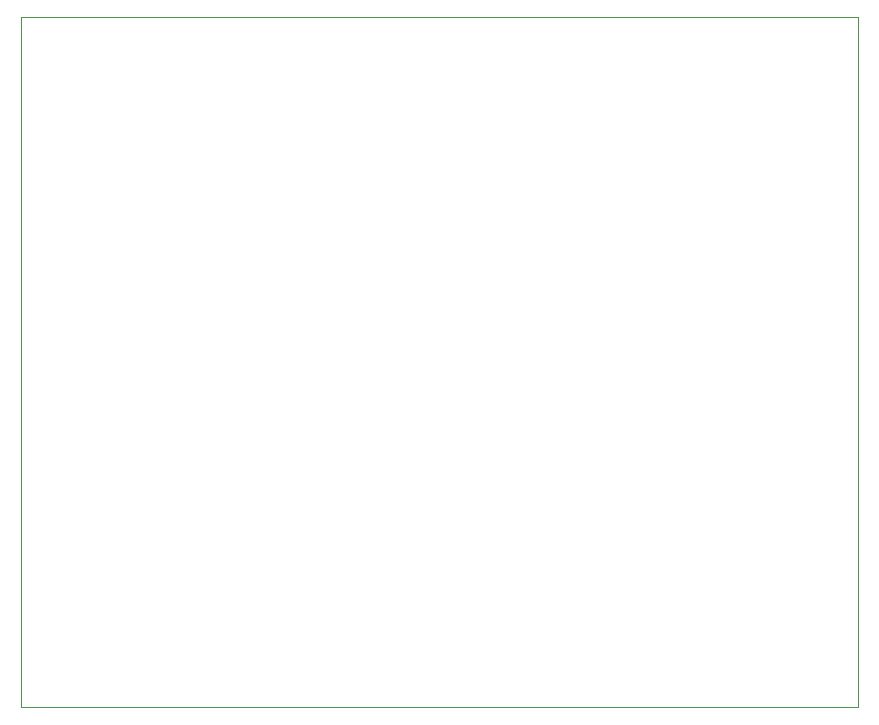
<source format=gbr>
%TF.GenerationSoftware,KiCad,Pcbnew,(5.1.10-1-10_14)*%
%TF.CreationDate,2021-08-01T09:05:42-04:00*%
%TF.ProjectId,COUNTER,434f554e-5445-4522-9e6b-696361645f70,rev?*%
%TF.SameCoordinates,Original*%
%TF.FileFunction,Profile,NP*%
%FSLAX46Y46*%
G04 Gerber Fmt 4.6, Leading zero omitted, Abs format (unit mm)*
G04 Created by KiCad (PCBNEW (5.1.10-1-10_14)) date 2021-08-01 09:05:42*
%MOMM*%
%LPD*%
G01*
G04 APERTURE LIST*
%TA.AperFunction,Profile*%
%ADD10C,0.050000*%
%TD*%
G04 APERTURE END LIST*
D10*
X150177500Y-25844500D02*
X146621500Y-25844500D01*
X150177500Y-29400500D02*
X150177500Y-25844500D01*
X150177500Y-84264500D02*
X150177500Y-29400500D01*
X79311500Y-84264500D02*
X150177500Y-84264500D01*
X79311500Y-25844500D02*
X79311500Y-84264500D01*
X146621500Y-25844500D02*
X79311500Y-25844500D01*
M02*

</source>
